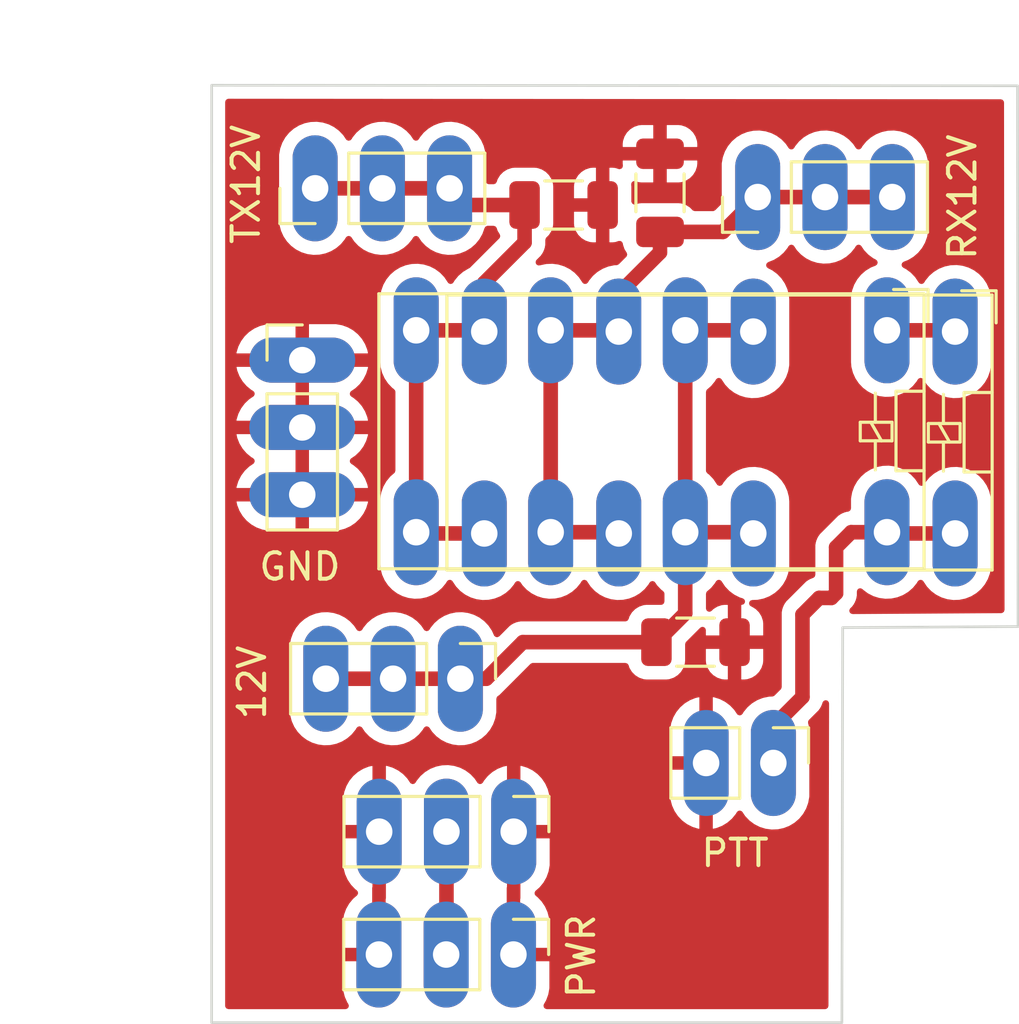
<source format=kicad_pcb>
(kicad_pcb (version 20211014) (generator pcbnew)
  (layers (0 "F.Cu" signal) (31 "B.Cu" signal) (34 "B.Paste" user) (35 "F.Paste" user) (36 "B.SilkS" user "B.Silkscreen") (37 "F.SilkS" user "F.Silkscreen") (38 "B.Mask" user) (39 "F.Mask" user) (44 "Edge.Cuts" user))
  (net 0 "")
  (net 1 "GND")
  (net 2 "Net-(J1-Pad2)")
  (net 3 "12V")
  (net 4 "TX12V")
  (net 5 "RX12V")
  (net 6 "Net-(K1-Pad1)")
  (net 7 "Net-(J7-Pad1)")
  (footprint "Connector_PinHeader_2.54mm:PinHeader_1x03_P2.54mm_Vertical" (layer "F.Cu") (at 65.93 73.92 -90)
    (fp_text reference "J4" hide)
    (fp_text value "12V" (at 0.14 7.865 -90) (layer "F.SilkS"))
    (fp_line (start -1.33 6.41) (end 1.33 6.41) (layer "F.SilkS") (width 0.12))
    (fp_line (start -1.33 0) (end -1.33 -1.33) (layer "F.SilkS") (width 0.12))
    (fp_line (start -1.33 -1.33) (end 0 -1.33) (layer "F.SilkS") (width 0.12))
    (fp_line (start 1.33 1.27) (end 1.33 6.41) (layer "F.SilkS") (width 0.12))
    (fp_line (start -1.33 1.27) (end 1.33 1.27) (layer "F.SilkS") (width 0.12))
    (fp_line (start -1.33 1.27) (end -1.33 6.41) (layer "F.SilkS") (width 0.12))
    (pad "1" thru_hole oval (at 0 0 270) (size 4 1.7) (drill 1) (layers *.Cu *.Mask) (net 3 "12V"))
    (pad "2" thru_hole oval (at 0 2.54 270) (size 4 1.7) (drill 1) (layers *.Cu *.Mask) (net 3 "12V"))
    (pad "3" thru_hole oval (at 0 5.08 270) (size 4 1.7) (drill 1) (layers *.Cu *.Mask) (net 3 "12V"))
  )
  (footprint "Relay_THT:Relay_DPDT_Omron_G5V-2" (layer "F.Cu") (at 82.042 60.7695 -90)
    (fp_text reference "K2" hide)
    (fp_text value "G5V-2" hide)
    (fp_line (start 5.3 -0.34) (end 5.3 -1.4) (layer "F.SilkS") (width 0.12))
    (fp_line (start 4.17 1.01) (end 4.17 -0.19) (layer "F.SilkS") (width 0.12))
    (fp_line (start 9 19.19) (end 9 -1.4) (layer "F.SilkS") (width 0.12))
    (fp_line (start -1.38 -1.4) (end -1.38 19.19) (layer "F.SilkS") (width 0.12))
    (fp_line (start 4.17 0.44) (end 5.27 0.44) (layer "F.SilkS") (width 0.12))
    (fp_line (start 3.47 1.01) (end 4.17 1.01) (layer "F.SilkS") (width 0.12))
    (fp_line (start 3.47 -0.19) (end 3.47 1.01) (layer "F.SilkS") (width 0.12))
    (fp_line (start 4.17 -0.19) (end 3.47 -0.19) (layer "F.SilkS") (width 0.12))
    (fp_line (start -1.38 19.19) (end 9 19.19) (layer "F.SilkS") (width 0.12))
    (fp_line (start 9 -1.4) (end -1.38 -1.4) (layer "F.SilkS") (width 0.12))
    (fp_line (start -1.54 -0.25) (end -1.54 -1.55) (layer "F.SilkS") (width 0.12))
    (fp_line (start -1.54 -1.55) (end -0.33 -1.55) (layer "F.SilkS") (width 0.12))
    (fp_line (start 3.47 0.44) (end 2.37 0.44) (layer "F.SilkS") (width 0.12))
    (fp_line (start 3.47 0.61) (end 4.17 0.21) (layer "F.SilkS") (width 0.12))
    (fp_line (start 2.3 -0.34) (end 5.3 -0.34) (layer "F.SilkS") (width 0.12))
    (fp_line (start 2.3 -1.4) (end 2.3 -0.36) (layer "F.SilkS") (width 0.12))
    (pad "1" thru_hole oval (at 0 0 270) (size 4 1.7) (drill 1) (layers *.Cu *.Mask) (net 6 "Net-(K1-Pad1)"))
    (pad "4" thru_hole oval (at 0 7.62 270) (size 4 1.7) (drill 1) (layers *.Cu *.Mask) (net 3 "12V"))
    (pad "6" thru_hole oval (at 0 12.7 270) (size 4 1.7) (drill 1) (layers *.Cu *.Mask) (net 5 "RX12V"))
    (pad "8" thru_hole oval (at 0 17.78 270) (size 4 1.7) (drill 1) (layers *.Cu *.Mask) (net 4 "TX12V"))
    (pad "9" thru_hole oval (at 7.62 17.78 270) (size 4 1.7) (drill 1) (layers *.Cu *.Mask) (net 4 "TX12V"))
    (pad "11" thru_hole oval (at 7.62 12.7 270) (size 4 1.7) (drill 1) (layers *.Cu *.Mask) (net 5 "RX12V"))
    (pad "13" thru_hole oval (at 7.62 7.62 270) (size 4 1.7) (drill 1) (layers *.Cu *.Mask) (net 3 "12V"))
    (pad "16" thru_hole oval (at 7.62 0 270) (size 4 1.7) (drill 1) (layers *.Cu *.Mask) (net 7 "Net-(J7-Pad1)"))
  )
  (footprint "Capacitor_SMD:C_1206_3216Metric" (layer "F.Cu") (at 74.81 72.54)
    (fp_text reference "C1" hide)
    (fp_text value "100n" hide)
    (fp_line (start -0.711252 0.91) (end 0.711252 0.91) (layer "F.SilkS") (width 0.12))
    (fp_line (start -0.711252 -0.91) (end 0.711252 -0.91) (layer "F.SilkS") (width 0.12))
    (pad "1" smd roundrect (at -1.475 0) (size 1.15 1.8) (layers "F.Cu" "F.Paste" "F.Mask") (roundrect_rratio 0.2173913043) (net 3 "12V"))
    (pad "2" smd roundrect (at 1.475 0) (size 1.15 1.8) (layers "F.Cu" "F.Paste" "F.Mask") (roundrect_rratio 0.2173913043) (net 1 "GND"))
  )
  (footprint "Capacitor_SMD:C_1206_3216Metric" (layer "F.Cu") (at 73.47 55.58 90)
    (fp_text reference "C3" hide)
    (fp_text value "100n" hide)
    (fp_line (start -0.711252 0.91) (end 0.711252 0.91) (layer "F.SilkS") (width 0.12))
    (fp_line (start -0.711252 -0.91) (end 0.711252 -0.91) (layer "F.SilkS") (width 0.12))
    (pad "1" smd roundrect (at -1.475 0 90) (size 1.15 1.8) (layers "F.Cu" "F.Paste" "F.Mask") (roundrect_rratio 0.2173913043) (net 5 "RX12V"))
    (pad "2" smd roundrect (at 1.475 0 90) (size 1.15 1.8) (layers "F.Cu" "F.Paste" "F.Mask") (roundrect_rratio 0.2173913043) (net 1 "GND"))
  )
  (footprint "Connector_PinHeader_2.54mm:PinHeader_1x02_P2.54mm_Vertical" (layer "F.Cu") (at 77.75 77.1 -90)
    (fp_text reference "J7" hide)
    (fp_text value "PTT" (at 3.4 1.445 180) (layer "F.SilkS"))
    (fp_line (start -1.33 3.87) (end 1.33 3.87) (layer "F.SilkS") (width 0.12))
    (fp_line (start -1.33 1.27) (end 1.33 1.27) (layer "F.SilkS") (width 0.12))
    (fp_line (start -1.33 1.27) (end -1.33 3.87) (layer "F.SilkS") (width 0.12))
    (fp_line (start -1.33 -1.33) (end 0 -1.33) (layer "F.SilkS") (width 0.12))
    (fp_line (start 1.33 1.27) (end 1.33 3.87) (layer "F.SilkS") (width 0.12))
    (fp_line (start -1.33 0) (end -1.33 -1.33) (layer "F.SilkS") (width 0.12))
    (pad "1" thru_hole oval (at 0 0 270) (size 4 1.7) (drill 1) (layers *.Cu *.Mask) (net 7 "Net-(J7-Pad1)"))
    (pad "2" thru_hole oval (at 0 2.54 270) (size 4 1.7) (drill 1) (layers *.Cu *.Mask) (net 1 "GND"))
  )
  (footprint "Connector_PinHeader_2.54mm:PinHeader_1x03_P2.54mm_Vertical" (layer "F.Cu") (at 77.16 55.74 90)
    (fp_text reference "J6" hide)
    (fp_text value "RX12V" (at 0 7.73 90) (layer "F.SilkS"))
    (fp_line (start -1.33 1.27) (end -1.33 6.41) (layer "F.SilkS") (width 0.12))
    (fp_line (start -1.33 0) (end -1.33 -1.33) (layer "F.SilkS") (width 0.12))
    (fp_line (start -1.33 -1.33) (end 0 -1.33) (layer "F.SilkS") (width 0.12))
    (fp_line (start 1.33 1.27) (end 1.33 6.41) (layer "F.SilkS") (width 0.12))
    (fp_line (start -1.33 1.27) (end 1.33 1.27) (layer "F.SilkS") (width 0.12))
    (fp_line (start -1.33 6.41) (end 1.33 6.41) (layer "F.SilkS") (width 0.12))
    (pad "1" thru_hole oval (at 0 0 90) (size 4 1.7) (drill 1) (layers *.Cu *.Mask) (net 5 "RX12V"))
    (pad "2" thru_hole oval (at 0 2.54 90) (size 4 1.7) (drill 1) (layers *.Cu *.Mask) (net 5 "RX12V"))
    (pad "3" thru_hole oval (at 0 5.08 90) (size 4 1.7) (drill 1) (layers *.Cu *.Mask) (net 5 "RX12V"))
  )
  (footprint "Connector_PinHeader_2.54mm:PinHeader_1x03_P2.54mm_Vertical" (layer "F.Cu") (at 67.935 84.33 -90)
    (fp_text reference "J2" hide)
    (fp_text value "PWR" (at 0.06 -2.56 -90) (layer "F.SilkS"))
    (fp_line (start -1.33 0) (end -1.33 -1.33) (layer "F.SilkS") (width 0.12))
    (fp_line (start -1.33 6.41) (end 1.33 6.41) (layer "F.SilkS") (width 0.12))
    (fp_line (start -1.33 1.27) (end 1.33 1.27) (layer "F.SilkS") (width 0.12))
    (fp_line (start -1.33 1.27) (end -1.33 6.41) (layer "F.SilkS") (width 0.12))
    (fp_line (start 1.33 1.27) (end 1.33 6.41) (layer "F.SilkS") (width 0.12))
    (fp_line (start -1.33 -1.33) (end 0 -1.33) (layer "F.SilkS") (width 0.12))
    (pad "1" thru_hole oval (at 0 0 270) (size 4 1.7) (drill 1) (layers *.Cu *.Mask) (net 1 "GND"))
    (pad "2" thru_hole oval (at 0 2.54 270) (size 4 1.7) (drill 1) (layers *.Cu *.Mask) (net 2 "Net-(J1-Pad2)"))
    (pad "3" thru_hole oval (at 0 5.08 270) (size 4 1.7) (drill 1) (layers *.Cu *.Mask) (net 1 "GND"))
  )
  (footprint "Connector_PinHeader_2.54mm:PinHeader_1x03_P2.54mm_Vertical" (layer "F.Cu") (at 67.945 79.6925 -90)
    (fp_text reference "J1" hide)
    (fp_text value "PWR" hide)
    (fp_line (start -1.33 -1.33) (end 0 -1.33) (layer "F.SilkS") (width 0.12))
    (fp_line (start -1.33 1.27) (end 1.33 1.27) (layer "F.SilkS") (width 0.12))
    (fp_line (start -1.33 6.41) (end 1.33 6.41) (layer "F.SilkS") (width 0.12))
    (fp_line (start -1.33 0) (end -1.33 -1.33) (layer "F.SilkS") (width 0.12))
    (fp_line (start -1.33 1.27) (end -1.33 6.41) (layer "F.SilkS") (width 0.12))
    (fp_line (start 1.33 1.27) (end 1.33 6.41) (layer "F.SilkS") (width 0.12))
    (pad "1" thru_hole oval locked (at 0 0 270) (size 4 1.7) (drill 1) (layers *.Cu *.Mask) (net 1 "GND"))
    (pad "2" thru_hole oval locked (at 0 2.54 270) (size 4 1.7) (drill 1) (layers *.Cu *.Mask) (net 2 "Net-(J1-Pad2)"))
    (pad "3" thru_hole oval locked (at 0 5.08 270) (size 4 1.7) (drill 1) (layers *.Cu *.Mask) (net 1 "GND"))
  )
  (footprint "Connector_PinHeader_2.54mm:PinHeader_1x03_P2.54mm_Vertical" (layer "F.Cu") (at 60.445 55.41 90)
    (fp_text reference "J5" hide)
    (fp_text value "TX12V" (at 0.15 -2.61 90) (layer "F.SilkS"))
    (fp_line (start -1.33 6.41) (end 1.33 6.41) (layer "F.SilkS") (width 0.12))
    (fp_line (start 1.33 1.27) (end 1.33 6.41) (layer "F.SilkS") (width 0.12))
    (fp_line (start -1.33 1.27) (end -1.33 6.41) (layer "F.SilkS") (width 0.12))
    (fp_line (start -1.33 -1.33) (end 0 -1.33) (layer "F.SilkS") (width 0.12))
    (fp_line (start -1.33 1.27) (end 1.33 1.27) (layer "F.SilkS") (width 0.12))
    (fp_line (start -1.33 0) (end -1.33 -1.33) (layer "F.SilkS") (width 0.12))
    (pad "1" thru_hole oval (at 0 0 90) (size 4 1.7) (drill 1) (layers *.Cu *.Mask) (net 4 "TX12V"))
    (pad "2" thru_hole oval (at 0 2.54 90) (size 4 1.7) (drill 1) (layers *.Cu *.Mask) (net 4 "TX12V"))
    (pad "3" thru_hole oval (at 0 5.08 90) (size 4 1.7) (drill 1) (layers *.Cu *.Mask) (net 4 "TX12V"))
  )
  (footprint "Relay_THT:Relay_DPDT_Omron_G5V-2" (layer "F.Cu") (at 84.613 60.817 -90)
    (fp_text reference "K1" hide)
    (fp_text value "G5V-2" hide)
    (fp_line (start 3.47 0.44) (end 2.37 0.44) (layer "F.SilkS") (width 0.12))
    (fp_line (start 3.47 -0.19) (end 3.47 1.01) (layer "F.SilkS") (width 0.12))
    (fp_line (start 4.17 -0.19) (end 3.47 -0.19) (layer "F.SilkS") (width 0.12))
    (fp_line (start 3.47 1.01) (end 4.17 1.01) (layer "F.SilkS") (width 0.12))
    (fp_line (start 2.3 -0.34) (end 5.3 -0.34) (layer "F.SilkS") (width 0.12))
    (fp_line (start 2.3 -1.4) (end 2.3 -0.36) (layer "F.SilkS") (width 0.12))
    (fp_line (start -1.38 19.19) (end 9 19.19) (layer "F.SilkS") (width 0.12))
    (fp_line (start 9 -1.4) (end -1.38 -1.4) (layer "F.SilkS") (width 0.12))
    (fp_line (start 5.3 -0.34) (end 5.3 -1.4) (layer "F.SilkS") (width 0.12))
    (fp_line (start 3.47 0.61) (end 4.17 0.21) (layer "F.SilkS") (width 0.12))
    (fp_line (start 4.17 0.44) (end 5.27 0.44) (layer "F.SilkS") (width 0.12))
    (fp_line (start 9 19.19) (end 9 -1.4) (layer "F.SilkS") (width 0.12))
    (fp_line (start -1.54 -1.55) (end -0.33 -1.55) (layer "F.SilkS") (width 0.12))
    (fp_line (start -1.54 -0.25) (end -1.54 -1.55) (layer "F.SilkS") (width 0.12))
    (fp_line (start 4.17 1.01) (end 4.17 -0.19) (layer "F.SilkS") (width 0.12))
    (fp_line (start -1.38 -1.4) (end -1.38 19.19) (layer "F.SilkS") (width 0.12))
    (pad "1" thru_hole oval locked (at 0 0 270) (size 4 1.7) (drill 1) (layers *.Cu *.Mask) (net 6 "Net-(K1-Pad1)"))
    (pad "4" thru_hole oval locked (at 0 7.62 270) (size 4 1.7) (drill 1) (layers *.Cu *.Mask) (net 3 "12V"))
    (pad "6" thru_hole oval locked (at 0 12.7 270) (size 4 1.7) (drill 1) (layers *.Cu *.Mask) (net 5 "RX12V"))
    (pad "8" thru_hole oval locked (at 0 17.78 270) (size 4 1.7) (drill 1) (layers *.Cu *.Mask) (net 4 "TX12V"))
    (pad "9" thru_hole oval locked (at 7.62 17.78 270) (size 4 1.7) (drill 1) (layers *.Cu *.Mask) (net 4 "TX12V"))
    (pad "11" thru_hole oval locked (at 7.62 12.7 270) (size 4 1.7) (drill 1) (layers *.Cu *.Mask) (net 5 "RX12V"))
    (pad "13" thru_hole oval locked (at 7.62 7.62 270) (size 4 1.7) (drill 1) (layers *.Cu *.Mask) (net 3 "12V"))
    (pad "16" thru_hole oval locked (at 7.62 0 270) (size 4 1.7) (drill 1) (layers *.Cu *.Mask) (net 7 "Net-(J7-Pad1)"))
  )
  (footprint "Connector_PinHeader_2.54mm:PinHeader_1x03_P2.54mm_Vertical" (layer "F.Cu") (at 59.96 61.895)
    (fp_text reference "J3" hide)
    (fp_text value "GND" (at -0.09 7.795 180) (layer "F.SilkS"))
    (fp_line (start -1.33 -1.33) (end 0 -1.33) (layer "F.SilkS") (width 0.12))
    (fp_line (start -1.33 1.27) (end -1.33 6.41) (layer "F.SilkS") (width 0.12))
    (fp_line (start -1.33 1.27) (end 1.33 1.27) (layer "F.SilkS") (width 0.12))
    (fp_line (start 1.33 1.27) (end 1.33 6.41) (layer "F.SilkS") (width 0.12))
    (fp_line (start -1.33 0) (end -1.33 -1.33) (layer "F.SilkS") (width 0.12))
    (fp_line (start -1.33 6.41) (end 1.33 6.41) (layer "F.SilkS") (width 0.12))
    (pad "1" thru_hole oval (at 0 0) (size 4 1.7) (drill 1) (layers *.Cu *.Mask) (net 1 "GND"))
    (pad "2" thru_hole oval (at 0 2.54) (size 4 1.7) (drill 1) (layers *.Cu *.Mask) (net 1 "GND"))
    (pad "3" thru_hole oval (at 0 5.08) (size 4 1.7) (drill 1) (layers *.Cu *.Mask) (net 1 "GND"))
  )
  (footprint "Capacitor_SMD:C_1206_3216Metric" (layer "F.Cu") (at 69.83 56.04)
    (fp_text reference "C2" hide)
    (fp_text value "100n" hide)
    (fp_line (start -0.711252 -0.91) (end 0.711252 -0.91) (layer "F.SilkS") (width 0.12))
    (fp_line (start -0.711252 0.91) (end 0.711252 0.91) (layer "F.SilkS") (width 0.12))
    (pad "1" smd roundrect (at -1.475 0) (size 1.15 1.8) (layers "F.Cu" "F.Paste" "F.Mask") (roundrect_rratio 0.2173913043) (net 4 "TX12V"))
    (pad "2" smd roundrect (at 1.475 0) (size 1.15 1.8) (layers "F.Cu" "F.Paste" "F.Mask") (roundrect_rratio 0.2173913043) (net 1 "GND"))
  )
  (gr_poly locked (pts (xy 86.99 71.95) (xy 80.369109 71.989938) (xy 80.339109 86.899938) (xy 56.539109 86.899938) (xy 56.54 51.52) (xy 86.97 51.54)) (layer "Edge.Cuts") (width 0.1) (fill none))
  (segment (start 65.405 79.6925) (end 65.405 84.32) (width 0.55) (layer "F.Cu") (net 2))
  (segment (start 65.405 84.32) (end 65.395 84.33) (width 0.55) (layer "F.Cu") (net 2))
  (segment (start 65.93 73.92) (end 63.39 73.92) (width 0.55) (layer "F.Cu") (net 3))
  (segment (start 65.93 73.92) (end 66.91 73.92) (width 0.55) (layer "F.Cu") (net 3))
  (segment (start 74.422 68.3895) (end 76.9455 68.3895) (width 0.55) (layer "F.Cu") (net 3))
  (segment (start 74.422 60.7695) (end 74.422 68.3895) (width 0.55) (layer "F.Cu") (net 3))
  (segment (start 74.422 60.7695) (end 76.9455 60.7695) (width 0.55) (layer "F.Cu") (net 3))
  (segment (start 74.422 71.453) (end 73.335 72.54) (width 0.55) (layer "F.Cu") (net 3))
  (segment (start 76.9455 68.3895) (end 76.993 68.437) (width 0.55) (layer "F.Cu") (net 3))
  (segment (start 66.91 73.92) (end 68.29 72.54) (width 0.55) (layer "F.Cu") (net 3))
  (segment (start 76.9455 60.7695) (end 76.993 60.817) (width 0.55) (layer "F.Cu") (net 3))
  (segment (start 68.29 72.54) (end 73.335 72.54) (width 0.55) (layer "F.Cu") (net 3))
  (segment (start 74.422 68.3895) (end 74.422 71.453) (width 0.55) (layer "F.Cu") (net 3))
  (segment (start 63.39 73.92) (end 60.85 73.92) (width 0.55) (layer "F.Cu") (net 3))
  (segment (start 68.355 57.455) (end 68.355 56.04) (width 0.55) (layer "F.Cu") (net 4))
  (segment (start 64.262 68.3895) (end 64.262 60.7695) (width 0.55) (layer "F.Cu") (net 4))
  (segment (start 66.7855 60.7695) (end 66.833 60.817) (width 0.55) (layer "F.Cu") (net 4))
  (segment (start 66.155 56.04) (end 65.525 55.41) (width 0.55) (layer "F.Cu") (net 4))
  (segment (start 62.985 55.41) (end 60.445 55.41) (width 0.55) (layer "F.Cu") (net 4))
  (segment (start 66.833 68.437) (end 64.3095 68.437) (width 0.55) (layer "F.Cu") (net 4))
  (segment (start 66.833 58.977) (end 68.355 57.455) (width 0.55) (layer "F.Cu") (net 4))
  (segment (start 64.262 60.7695) (end 66.7855 60.7695) (width 0.55) (layer "F.Cu") (net 4))
  (segment (start 65.525 55.41) (end 62.985 55.41) (width 0.55) (layer "F.Cu") (net 4))
  (segment (start 64.3095 68.437) (end 64.262 68.3895) (width 0.55) (layer "F.Cu") (net 4))
  (segment (start 66.833 60.817) (end 66.833 58.977) (width 0.55) (layer "F.Cu") (net 4))
  (segment (start 68.355 56.04) (end 66.155 56.04) (width 0.55) (layer "F.Cu") (net 4))
  (segment (start 71.913 60.817) (end 71.913 59.387) (width 0.55) (layer "F.Cu") (net 5))
  (segment (start 79.7 55.74) (end 82.24 55.74) (width 0.55) (layer "F.Cu") (net 5))
  (segment (start 71.8655 60.7695) (end 71.913 60.817) (width 0.55) (layer "F.Cu") (net 5))
  (segment (start 73.47 57.83) (end 73.47 57.055) (width 0.55) (layer "F.Cu") (net 5))
  (segment (start 71.913 59.387) (end 73.47 57.83) (width 0.55) (layer "F.Cu") (net 5))
  (segment (start 77.16 55.74) (end 79.7 55.74) (width 0.55) (layer "F.Cu") (net 5))
  (segment (start 73.47 57.055) (end 75.845 57.055) (width 0.55) (layer "F.Cu") (net 5))
  (segment (start 69.342 60.7695) (end 71.8655 60.7695) (width 0.55) (layer "F.Cu") (net 5))
  (segment (start 75.845 57.055) (end 77.16 55.74) (width 0.55) (layer "F.Cu") (net 5))
  (segment (start 69.342 60.7695) (end 69.342 68.3895) (width 0.55) (layer "F.Cu") (net 5))
  (segment (start 71.8655 68.3895) (end 71.913 68.437) (width 0.55) (layer "F.Cu") (net 5))
  (segment (start 69.342 68.3895) (end 71.8655 68.3895) (width 0.55) (layer "F.Cu") (net 5))
  (segment (start 82.042 60.7695) (end 84.5655 60.7695) (width 0.55) (layer "F.Cu") (net 6))
  (segment (start 84.5655 60.7695) (end 84.613 60.817) (width 0.55) (layer "F.Cu") (net 6))
  (segment (start 79.48 70.87) (end 79.94 70.87) (width 0.55) (layer "F.Cu") (net 7))
  (segment (start 79.94 70.87) (end 80.12 70.69) (width 0.55) (layer "F.Cu") (net 7))
  (segment (start 80.6905 68.3895) (end 82.042 68.3895) (width 0.55) (layer "F.Cu") (net 7))
  (segment (start 78.85 74.61) (end 78.85 71.5) (width 0.55) (layer "F.Cu") (net 7))
  (segment (start 80.12 70.69) (end 80.12 68.96) (width 0.55) (layer "F.Cu") (net 7))
  (segment (start 80.12 68.96) (end 80.6905 68.3895) (width 0.55) (layer "F.Cu") (net 7))
  (segment (start 77.75 75.71) (end 78.85 74.61) (width 0.55) (layer "F.Cu") (net 7))
  (segment (start 84.613 68.437) (end 82.0895 68.437) (width 0.55) (layer "F.Cu") (net 7))
  (segment (start 82.0895 68.437) (end 82.042 68.3895) (width 0.55) (layer "F.Cu") (net 7))
  (segment (start 77.75 77.1) (end 77.75 75.71) (width 0.55) (layer "F.Cu") (net 7))
  (segment (start 78.85 71.5) (end 79.48 70.87) (width 0.55) (layer "F.Cu") (net 7))
  (zone locked (net 1) (net_name "GND") (layer "F.Cu") (connect_pads (clearance 0.508)) (min_thickness 0.254) (fill yes (thermal_gap 0.508) (thermal_bridge_width 0.508))
    (polygon (pts (xy 87.001109 51.54195) (xy 86.98052 71.950313) (xy 80.38 71.97) (xy 80.34 86.89) (xy 56.55 86.89) (xy 56.530589 51.521637)))
  )
)
</source>
